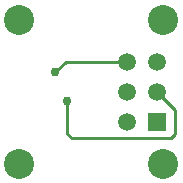
<source format=gbl>
G04*
G04 #@! TF.GenerationSoftware,Altium Limited,Altium Designer,19.1.5 (86)*
G04*
G04 Layer_Physical_Order=2*
G04 Layer_Color=16711680*
%FSLAX25Y25*%
%MOIN*%
G70*
G01*
G75*
%ADD10C,0.01000*%
%ADD14C,0.10000*%
%ADD26C,0.05906*%
%ADD27R,0.05906X0.05906*%
%ADD28C,0.03000*%
D10*
X56000Y34000D02*
X62000Y28000D01*
Y20000D02*
Y28000D01*
X60500Y18500D02*
X62000Y20000D01*
X27500Y18500D02*
X60500D01*
X26000Y20000D02*
X27500Y18500D01*
X26000Y20000D02*
Y31000D01*
X25500Y44000D02*
X46000D01*
X22000Y40500D02*
X25500Y44000D01*
D14*
X10000Y10000D02*
D03*
Y58000D02*
D03*
X58000D02*
D03*
Y10000D02*
D03*
D26*
X46000Y44000D02*
D03*
X56000D02*
D03*
X46000Y34000D02*
D03*
X56000D02*
D03*
X46000Y24000D02*
D03*
D27*
X56000D02*
D03*
D28*
X26000Y31000D02*
D03*
X22000Y40500D02*
D03*
M02*

</source>
